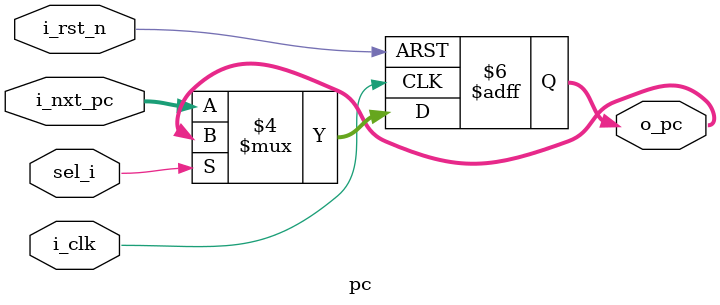
<source format=sv>
module pc
#(
	parameter WIDTH = 32
)

(
	input logic  [WIDTH -1:0]  i_nxt_pc,
	input logic                i_clk,
	input logic                i_rst_n,
	input logic 					sel_i,
	output logic [WIDTH -1:0]  o_pc
);

always_ff @(posedge i_clk or negedge i_rst_n) begin: proc_pc
	if (!i_rst_n) o_pc <= 0;						// Rst_ni activated
	else if (sel_i == 0) o_pc <= i_nxt_pc;		// Not stall
end													// Final case: Stall
endmodule
</source>
